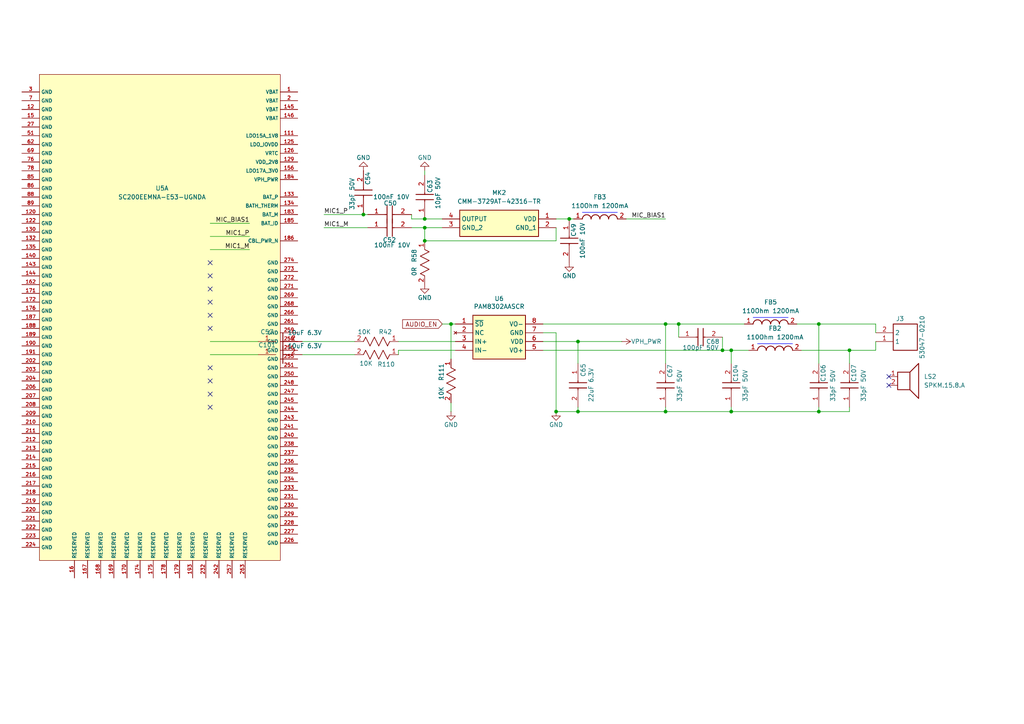
<source format=kicad_sch>
(kicad_sch (version 20250114) (generator "eeschema") (generator_version "9.0")
  (paper "A4")
  (title_block (title "Audio") (date "2025-10-07") (rev "v1.0") (company "Author: Mehmet Cihangir") (comment 1 "CamTracker"))
  (lib_symbols
    (symbol "CamTracker:53047-0210"
      (property "Reference" "J" (at -0.762 5.842 0))
      (property "Value" "53047-0210" (at -5.08 -4.826 0))
      (symbol "53047-0210_1_1"
        (rectangle (start -3.81 3.81) (end 3.175 -3.81) (stroke (width 0.254)))
        (pin passive line (at -8.89 1.27 0) (length 5.08) (name "2") (number "2"))
        (pin passive line (at -8.89 -1.27 0) (length 5.08) (name "1") (number "1"))
      )
    )
    (symbol "CamTracker:74269242111" (pin_names (hide yes))
      (property "Reference" "FB1" (at 0 6.35 0))
      (property "Value" "110Ohm 1200mA" (at 0 3.81 0))
      (symbol "74269242111_1_1"
        (polyline (pts (xy -5.08 1.905) (xy 5.08 1.905)) (stroke (width 0) (color 0 0 255 1)))
        (arc (start -5.08 0) (mid -3.81 1.219) (end -2.54 0) (stroke (width 0.254)))
        (arc (start -2.54 0) (mid -1.27 1.219) (end 0 0) (stroke (width 0.254)))
        (arc (start 0 0) (mid 1.27 1.219) (end 2.54 0) (stroke (width 0.254)))
        (arc (start 2.54 0) (mid 3.81 1.219) (end 5.08 0) (stroke (width 0.254)))
        (pin passive line (at -7.62 0 0) (length 2.54) (name "1") (number "1"))
        (pin passive line (at 7.62 0 180) (length 2.54) (name "2") (number "2"))
      )
    )
    (symbol "CamTracker:CMM-3729AT-42316-TR"
      (property "Reference" "MK" (at 29.21 7.62 0))
      (property "Value" "CMM-3729AT-42316-TR" (at 29.21 5.08 0))
      (symbol "CMM-3729AT-42316-TR_1_1"
        (rectangle (start 5.08 2.54) (end 27.94 -5.08) (stroke (width 0.254)) (fill (type background)))
        (pin passive line (at 0 0 0) (length 5.08) (name "OUTPUT") (number "4"))
        (pin passive line (at 0 -2.54 0) (length 5.08) (name "GND_2") (number "3"))
        (pin passive line (at 33.02 0 180) (length 5.08) (name "VDD") (number "1"))
        (pin passive line (at 33.02 -2.54 180) (length 5.08) (name "GND_1") (number "2"))
      )
    )
    (symbol "CamTracker:GRM1555C1H100JA01D" (pin_names (hide yes))
      (property "Reference" "C" (at -0.762 5.334 0))
      (property "Value" "10pF 50V" (at -5.08 -3.302 0))
      (symbol "GRM1555C1H100JA01D_1_1"
        (polyline (pts (xy -1.27 0) (xy -0.762 0)) (stroke (width 0.254)))
        (polyline (pts (xy -0.762 2.54) (xy -0.762 -2.54)) (stroke (width 0.254)))
        (polyline (pts (xy 0.762 2.54) (xy 0.762 -2.54)) (stroke (width 0.254)))
        (polyline (pts (xy 0.762 0) (xy 1.27 0)) (stroke (width 0.254)))
        (pin passive line (at -6.35 0 0) (length 5.08) (name "1") (number "1"))
        (pin passive line (at 6.35 0 180) (length 5.08) (name "2") (number "2"))
      )
    )
    (symbol "CamTracker:GRM1555C1H101JA01D" (pin_names (hide yes))
      (property "Reference" "C" (at -0.508 4.826 0))
      (property "Value" "100pF 50V" (at -4.318 -3.048 0))
      (symbol "GRM1555C1H101JA01D_1_1"
        (polyline (pts (xy -1.27 0) (xy -0.762 0)) (stroke (width 0.254)))
        (polyline (pts (xy -0.762 2.54) (xy -0.762 -2.54)) (stroke (width 0.254)))
        (polyline (pts (xy 0.762 2.54) (xy 0.762 -2.54)) (stroke (width 0.254)))
        (polyline (pts (xy 0.762 0) (xy 1.27 0)) (stroke (width 0.254)))
        (pin passive line (at -6.35 0 0) (length 5.08) (name "1") (number "1"))
        (pin passive line (at 6.35 0 180) (length 5.08) (name "2") (number "2"))
      )
    )
    (symbol "CamTracker:GRM1555C1H330JA01D" (pin_names (hide yes))
      (property "Reference" "C" (at -0.508 4.826 0))
      (property "Value" "33pF 50V" (at -4.318 -3.048 0))
      (symbol "GRM1555C1H330JA01D_1_1"
        (polyline (pts (xy -1.27 0) (xy -0.762 0)) (stroke (width 0.254)))
        (polyline (pts (xy -0.762 2.54) (xy -0.762 -2.54)) (stroke (width 0.254)))
        (polyline (pts (xy 0.762 2.54) (xy 0.762 -2.54)) (stroke (width 0.254)))
        (polyline (pts (xy 0.762 0) (xy 1.27 0)) (stroke (width 0.254)))
        (pin passive line (at -6.35 0 0) (length 5.08) (name "1") (number "1"))
        (pin passive line (at 6.35 0 180) (length 5.08) (name "2") (number "2"))
      )
    )
    (symbol "CamTracker:GRM155R60J106ME15D" (pin_names (hide yes))
      (property "Reference" "C" (at -0.762 5.08 0))
      (property "Value" "10uF 6.3V" (at -4.826 -3.048 0))
      (symbol "GRM155R60J106ME15D_1_1"
        (polyline (pts (xy -1.27 0) (xy -0.762 0)) (stroke (width 0.254)))
        (polyline (pts (xy -0.762 2.54) (xy -0.762 -2.54)) (stroke (width 0.254)))
        (polyline (pts (xy 0.762 2.54) (xy 0.762 -2.54)) (stroke (width 0.254)))
        (polyline (pts (xy 0.762 0) (xy 1.27 0)) (stroke (width 0.254)))
        (pin passive line (at -6.35 0 0) (length 5.08) (name "1") (number "1"))
        (pin passive line (at 6.35 0 180) (length 5.08) (name "2") (number "2"))
      )
    )
    (symbol "CamTracker:GRM155R71A104KA01D" (pin_names (hide yes))
      (property "Reference" "C" (at -1.016 4.318 0))
      (property "Value" "100nF 10V" (at -4.826 -3.048 0))
      (symbol "GRM155R71A104KA01D_1_1"
        (polyline (pts (xy -1.27 0) (xy -0.762 0)) (stroke (width 0.254)))
        (polyline (pts (xy -0.762 2.54) (xy -0.762 -2.54)) (stroke (width 0.254)))
        (polyline (pts (xy 0.762 2.54) (xy 0.762 -2.54)) (stroke (width 0.254)))
        (polyline (pts (xy 0.762 0) (xy 1.27 0)) (stroke (width 0.254)))
        (pin passive line (at -6.35 0 0) (length 5.08) (name "1") (number "1"))
        (pin passive line (at 6.35 0 180) (length 5.08) (name "2") (number "2"))
      )
    )
    (symbol "CamTracker:GRM158R60J226ME01D" (pin_names (hide yes))
      (property "Reference" "C" (at -0.762 4.572 0))
      (property "Value" "22uF 6.3V" (at -4.064 -2.794 0))
      (symbol "GRM158R60J226ME01D_1_1"
        (polyline (pts (xy -1.27 0) (xy -0.762 0)) (stroke (width 0.254)))
        (polyline (pts (xy -0.762 2.54) (xy -0.762 -2.54)) (stroke (width 0.254)))
        (polyline (pts (xy 0.762 2.54) (xy 0.762 -2.54)) (stroke (width 0.254)))
        (polyline (pts (xy 0.762 0) (xy 1.27 0)) (stroke (width 0.254)))
        (pin passive line (at -6.35 0 0) (length 5.08) (name "1") (number "1"))
        (pin passive line (at 6.35 0 180) (length 5.08) (name "2") (number "2"))
      )
    )
    (symbol "CamTracker:PAM8302AASCR"
      (property "Reference" "U" (at -0.762 10.668 0))
      (property "Value" "PAM8302AASCR" (at -7.366 8.382 0))
      (symbol "PAM8302AASCR_1_1"
        (rectangle (start -7.62 6.35) (end 7.62 -6.35) (stroke (width 0.254)) (fill (type background)))
        (pin passive line (at -12.7 3.81 0) (length 5.08) (name "~{SD}") (number "1"))
        (pin no_connect line (at -12.7 1.27 0) (length 5.08) (name "NC") (number "2"))
        (pin passive line (at -12.7 -1.27 0) (length 5.08) (name "IN+") (number "3"))
        (pin passive line (at -12.7 -3.81 0) (length 5.08) (name "IN-") (number "4"))
        (pin passive line (at 12.7 3.81 180) (length 5.08) (name "VO-") (number "8"))
        (pin passive line (at 12.7 1.27 180) (length 5.08) (name "GND") (number "7"))
        (pin passive line (at 12.7 -1.27 180) (length 5.08) (name "VDD") (number "6"))
        (pin passive line (at 12.7 -3.81 180) (length 5.08) (name "VO+") (number "5"))
      )
    )
    (symbol "CamTracker:RC0402JR-070RL" (pin_names (offset 0.254))
      (property "Reference" "R" (at 0 3.302 0))
      (property "Value" "0R" (at 0 -3.81 0))
      (symbol "RC0402JR-070RL_1_1"
        (polyline (pts (xy -3.81 0) (xy -3.175 1.27)) (stroke (width 0.2032)))
        (polyline (pts (xy -3.175 1.27) (xy -1.905 -1.27)) (stroke (width 0.2032)))
        (polyline (pts (xy -1.905 -1.27) (xy -0.635 1.27)) (stroke (width 0.2032)))
        (polyline (pts (xy -0.635 1.27) (xy 0.635 -1.27)) (stroke (width 0.2032)))
        (polyline (pts (xy 0.635 -1.27) (xy 1.905 1.27)) (stroke (width 0.2032)))
        (polyline (pts (xy 1.905 1.27) (xy 3.175 -1.27)) (stroke (width 0.2032)))
        (polyline (pts (xy 3.175 -1.27) (xy 3.81 0)) (stroke (width 0.2032)))
        (pin passive line (at -6.35 0 0) (length 2.54) (name "") (number "2"))
        (pin passive line (at 6.35 0 180) (length 2.54) (name "") (number "1"))
      )
      (symbol "RC0402JR-070RL_1_2"
        (polyline (pts (xy -1.27 8.255) (xy 1.27 9.525)) (stroke (width 0.2032)))
        (polyline (pts (xy -1.27 5.715) (xy 1.27 6.985)) (stroke (width 0.2032)))
        (polyline (pts (xy -1.27 3.175) (xy 1.27 4.445)) (stroke (width 0.2032)))
        (polyline (pts (xy 0 2.54) (xy -1.27 3.175)) (stroke (width 0.2032)))
        (polyline (pts (xy 1.27 9.525) (xy 0 10.16)) (stroke (width 0.2032)))
        (polyline (pts (xy 1.27 6.985) (xy -1.27 8.255)) (stroke (width 0.2032)))
        (polyline (pts (xy 1.27 4.445) (xy -1.27 5.715)) (stroke (width 0.2032)))
        (pin unspecified line (at 0 12.7 270) (length 2.54) (name "") (number "1"))
        (pin unspecified line (at 0 0 90) (length 2.54) (name "") (number "2"))
      )
    )
    (symbol "CamTracker:RC0402JR-0710KL" (pin_names (offset 0.254))
      (property "Reference" "R" (at 0 3.302 0))
      (property "Value" "10K" (at 0 -3.81 0))
      (symbol "RC0402JR-0710KL_1_1"
        (polyline (pts (xy -3.81 0) (xy -3.175 1.27)) (stroke (width 0.2032)))
        (polyline (pts (xy -3.175 1.27) (xy -1.905 -1.27)) (stroke (width 0.2032)))
        (polyline (pts (xy -1.905 -1.27) (xy -0.635 1.27)) (stroke (width 0.2032)))
        (polyline (pts (xy -0.635 1.27) (xy 0.635 -1.27)) (stroke (width 0.2032)))
        (polyline (pts (xy 0.635 -1.27) (xy 1.905 1.27)) (stroke (width 0.2032)))
        (polyline (pts (xy 1.905 1.27) (xy 3.175 -1.27)) (stroke (width 0.2032)))
        (polyline (pts (xy 3.175 -1.27) (xy 3.81 0)) (stroke (width 0.2032)))
        (pin passive line (at -6.35 0 0) (length 2.54) (name "") (number "2"))
        (pin passive line (at 6.35 0 180) (length 2.54) (name "") (number "1"))
      )
      (symbol "RC0402JR-0710KL_1_2"
        (polyline (pts (xy -1.27 8.255) (xy 1.27 9.525)) (stroke (width 0.2032)))
        (polyline (pts (xy -1.27 5.715) (xy 1.27 6.985)) (stroke (width 0.2032)))
        (polyline (pts (xy -1.27 3.175) (xy 1.27 4.445)) (stroke (width 0.2032)))
        (polyline (pts (xy 0 2.54) (xy -1.27 3.175)) (stroke (width 0.2032)))
        (polyline (pts (xy 1.27 9.525) (xy 0 10.16)) (stroke (width 0.2032)))
        (polyline (pts (xy 1.27 6.985) (xy -1.27 8.255)) (stroke (width 0.2032)))
        (polyline (pts (xy 1.27 4.445) (xy -1.27 5.715)) (stroke (width 0.2032)))
        (pin unspecified line (at 0 12.7 270) (length 2.54) (name "") (number "1"))
        (pin unspecified line (at 0 0 90) (length 2.54) (name "") (number "2"))
      )
    )
    (symbol "CamTracker:SC200E"
      (property "Reference" "U" (at -34.544 72.644 0))
      (property "Value" "SC200EEMNA-E53-UGNDA" (at 39.116 -77.089 0))
      (symbol "SC200E_1_0"
        (unit_name "Power")
        (pin passive line (at -40.64 64.77 0) (length 5.08) (name "GND") (number "3"))
        (pin passive line (at -40.64 62.23 0) (length 5.08) (name "GND") (number "7"))
        (pin passive line (at -40.64 59.69 0) (length 5.08) (name "GND") (number "12"))
        (pin passive line (at -40.64 57.15 0) (length 5.08) (name "GND") (number "15"))
        (pin passive line (at -40.64 54.61 0) (length 5.08) (name "GND") (number "27"))
        (pin passive line (at -40.64 52.07 0) (length 5.08) (name "GND") (number "51"))
        (pin passive line (at -40.64 49.53 0) (length 5.08) (name "GND") (number "62"))
        (pin passive line (at -40.64 46.99 0) (length 5.08) (name "GND") (number "69"))
        (pin passive line (at -40.64 44.45 0) (length 5.08) (name "GND") (number "76"))
        (pin passive line (at -40.64 41.91 0) (length 5.08) (name "GND") (number "78"))
        (pin passive line (at -40.64 39.37 0) (length 5.08) (name "GND") (number "85"))
        (pin passive line (at -40.64 36.83 0) (length 5.08) (name "GND") (number "86"))
        (pin passive line (at -40.64 34.29 0) (length 5.08) (name "GND") (number "88"))
        (pin passive line (at -40.64 31.75 0) (length 5.08) (name "GND") (number "89"))
        (pin passive line (at -40.64 29.21 0) (length 5.08) (name "GND") (number "120"))
        (pin passive line (at -40.64 26.67 0) (length 5.08) (name "GND") (number "122"))
        (pin passive line (at -40.64 24.13 0) (length 5.08) (name "GND") (number "130"))
        (pin passive line (at -40.64 21.59 0) (length 5.08) (name "GND") (number "132"))
        (pin passive line (at -40.64 19.05 0) (length 5.08) (name "GND") (number "135"))
        (pin passive line (at -40.64 16.51 0) (length 5.08) (name "GND") (number "140"))
        (pin passive line (at -40.64 13.97 0) (length 5.08) (name "GND") (number "143"))
        (pin passive line (at -40.64 11.43 0) (length 5.08) (name "GND") (number "144"))
        (pin passive line (at -40.64 8.89 0) (length 5.08) (name "GND") (number "162"))
        (pin passive line (at -40.64 6.35 0) (length 5.08) (name "GND") (number "171"))
        (pin passive line (at -40.64 3.81 0) (length 5.08) (name "GND") (number "172"))
        (pin passive line (at -40.64 1.27 0) (length 5.08) (name "GND") (number "176"))
        (pin passive line (at -40.64 -1.27 0) (length 5.08) (name "GND") (number "187"))
        (pin passive line (at -40.64 -3.81 0) (length 5.08) (name "GND") (number "188"))
        (pin passive line (at -40.64 -6.35 0) (length 5.08) (name "GND") (number "189"))
        (pin passive line (at -40.64 -8.89 0) (length 5.08) (name "GND") (number "190"))
        (pin passive line (at -40.64 -11.43 0) (length 5.08) (name "GND") (number "191"))
        (pin passive line (at -40.64 -13.97 0) (length 5.08) (name "GND") (number "202"))
        (pin passive line (at -40.64 -16.51 0) (length 5.08) (name "GND") (number "203"))
        (pin passive line (at -40.64 -19.05 0) (length 5.08) (name "GND") (number "204"))
        (pin passive line (at -40.64 -21.59 0) (length 5.08) (name "GND") (number "206"))
        (pin passive line (at -40.64 -24.13 0) (length 5.08) (name "GND") (number "207"))
        (pin passive line (at -40.64 -26.67 0) (length 5.08) (name "GND") (number "208"))
        (pin passive line (at -40.64 -29.21 0) (length 5.08) (name "GND") (number "209"))
        (pin passive line (at -40.64 -31.75 0) (length 5.08) (name "GND") (number "210"))
        (pin passive line (at -40.64 -34.29 0) (length 5.08) (name "GND") (number "211"))
        (pin passive line (at -40.64 -36.83 0) (length 5.08) (name "GND") (number "212"))
        (pin passive line (at -40.64 -39.37 0) (length 5.08) (name "GND") (number "213"))
        (pin passive line (at -40.64 -41.91 0) (length 5.08) (name "GND") (number "214"))
        (pin passive line (at -40.64 -44.45 0) (length 5.08) (name "GND") (number "215"))
        (pin passive line (at -40.64 -46.99 0) (length 5.08) (name "GND") (number "216"))
        (pin passive line (at -40.64 -49.53 0) (length 5.08) (name "GND") (number "217"))
        (pin passive line (at -40.64 -52.07 0) (length 5.08) (name "GND") (number "218"))
        (pin passive line (at -40.64 -54.61 0) (length 5.08) (name "GND") (number "219"))
        (pin passive line (at -40.64 -57.15 0) (length 5.08) (name "GND") (number "220"))
        (pin passive line (at -40.64 -59.69 0) (length 5.08) (name "GND") (number "221"))
        (pin passive line (at -40.64 -62.23 0) (length 5.08) (name "GND") (number "222"))
        (pin passive line (at -40.64 -64.77 0) (length 5.08) (name "GND") (number "223"))
        (pin passive line (at -40.64 -67.31 0) (length 5.08) (name "GND") (number "224"))
        (pin passive line (at -25.4 -76.2 90) (length 5.08) (name "RESERVED") (number "16"))
        (pin passive line (at -21.59 -76.2 90) (length 5.08) (name "RESERVED") (number "167"))
        (pin passive line (at -17.78 -76.2 90) (length 5.08) (name "RESERVED") (number "168"))
        (pin passive line (at -13.97 -76.2 90) (length 5.08) (name "RESERVED") (number "169"))
        (pin passive line (at -10.16 -76.2 90) (length 5.08) (name "RESERVED") (number "170"))
        (pin passive line (at -6.35 -76.2 90) (length 5.08) (name "RESERVED") (number "174"))
        (pin passive line (at -2.54 -76.2 90) (length 5.08) (name "RESERVED") (number "175"))
        (pin passive line (at 1.27 -76.2 90) (length 5.08) (name "RESERVED") (number "178"))
        (pin passive line (at 5.08 -76.2 90) (length 5.08) (name "RESERVED") (number "179"))
        (pin passive line (at 8.89 -76.2 90) (length 5.08) (name "RESERVED") (number "193"))
        (pin passive line (at 12.7 -76.2 90) (length 5.08) (name "RESERVED") (number "232"))
        (pin passive line (at 16.51 -76.2 90) (length 5.08) (name "RESERVED") (number "242"))
        (pin passive line (at 20.32 -76.2 90) (length 5.08) (name "RESERVED") (number "257"))
        (pin passive line (at 24.13 -76.2 90) (length 5.08) (name "RESERVED") (number "263"))
        (pin power_in line (at 39.37 64.77 180) (length 5.08) (name "VBAT") (number "1"))
        (pin power_in line (at 39.37 62.23 180) (length 5.08) (name "VBAT") (number "2"))
        (pin power_in line (at 39.37 59.69 180) (length 5.08) (name "VBAT") (number "145"))
        (pin power_in line (at 39.37 57.15 180) (length 5.08) (name "VBAT") (number "146"))
        (pin power_out line (at 39.37 52.07 180) (length 5.08) (name "LDO15A_1V8") (number "111"))
        (pin power_out line (at 39.37 49.53 180) (length 5.08) (name "LDO_IOVDD") (number "125"))
        (pin passive line (at 39.37 46.99 180) (length 5.08) (name "VRTC") (number "126"))
        (pin power_out line (at 39.37 44.45 180) (length 5.08) (name "VDD_2V8") (number "129"))
        (pin power_out line (at 39.37 41.91 180) (length 5.08) (name "LDO17A_3V0") (number "156"))
        (pin power_out line (at 39.37 39.37 180) (length 5.08) (name "VPH_PWR") (number "184"))
        (pin power_out line (at 39.37 34.29 180) (length 5.08) (name "BAT_P") (number "133"))
        (pin input line (at 39.37 31.75 180) (length 5.08) (name "BATH_THERM") (number "134"))
        (pin power_out line (at 39.37 29.21 180) (length 5.08) (name "BAT_M") (number "183"))
        (pin input line (at 39.37 26.67 180) (length 5.08) (name "BAT_ID") (number "185"))
        (pin passive line (at 39.37 21.59 180) (length 5.08) (name "CBL_PWR_N") (number "186"))
        (pin passive line (at 39.37 15.24 180) (length 5.08) (name "GND") (number "274"))
        (pin passive line (at 39.37 12.7 180) (length 5.08) (name "GND") (number "273"))
        (pin passive line (at 39.37 10.16 180) (length 5.08) (name "GND") (number "272"))
        (pin passive line (at 39.37 7.62 180) (length 5.08) (name "GND") (number "271"))
        (pin passive line (at 39.37 5.08 180) (length 5.08) (name "GND") (number "269"))
        (pin passive line (at 39.37 2.54 180) (length 5.08) (name "GND") (number "268"))
        (pin passive line (at 39.37 0 180) (length 5.08) (name "GND") (number "266"))
        (pin passive line (at 39.37 -2.54 180) (length 5.08) (name "GND") (number "261"))
        (pin passive line (at 39.37 -5.08 180) (length 5.08) (name "GND") (number "259"))
        (pin passive line (at 39.37 -7.62 180) (length 5.08) (name "GND") (number "258"))
        (pin passive line (at 39.37 -10.16 180) (length 5.08) (name "GND") (number "256"))
        (pin passive line (at 39.37 -12.7 180) (length 5.08) (name "GND") (number "255"))
        (pin passive line (at 39.37 -15.24 180) (length 5.08) (name "GND") (number "251"))
        (pin passive line (at 39.37 -17.78 180) (length 5.08) (name "GND") (number "250"))
        (pin passive line (at 39.37 -20.32 180) (length 5.08) (name "GND") (number "248"))
        (pin passive line (at 39.37 -22.86 180) (length 5.08) (name "GND") (number "247"))
        (pin passive line (at 39.37 -25.4 180) (length 5.08) (name "GND") (number "245"))
        (pin passive line (at 39.37 -27.94 180) (length 5.08) (name "GND") (number "244"))
        (pin passive line (at 39.37 -30.48 180) (length 5.08) (name "GND") (number "243"))
        (pin passive line (at 39.37 -33.02 180) (length 5.08) (name "GND") (number "241"))
        (pin passive line (at 39.37 -35.56 180) (length 5.08) (name "GND") (number "240"))
        (pin passive line (at 39.37 -38.1 180) (length 5.08) (name "GND") (number "238"))
        (pin passive line (at 39.37 -40.64 180) (length 5.08) (name "GND") (number "237"))
        (pin passive line (at 39.37 -43.18 180) (length 5.08) (name "GND") (number "236"))
        (pin passive line (at 39.37 -45.72 180) (length 5.08) (name "GND") (number "235"))
        (pin passive line (at 39.37 -48.26 180) (length 5.08) (name "GND") (number "234"))
        (pin passive line (at 39.37 -50.8 180) (length 5.08) (name "GND") (number "233"))
        (pin passive line (at 39.37 -53.34 180) (length 5.08) (name "GND") (number "231"))
        (pin passive line (at 39.37 -55.88 180) (length 5.08) (name "GND") (number "230"))
        (pin passive line (at 39.37 -58.42 180) (length 5.08) (name "GND") (number "229"))
        (pin passive line (at 39.37 -60.96 180) (length 5.08) (name "GND") (number "228"))
        (pin passive line (at 39.37 -63.5 180) (length 5.08) (name "GND") (number "227"))
        (pin passive line (at 39.37 -66.04 180) (length 5.08) (name "GND") (number "226"))
      )
      (symbol "SC200E_1_1"
        (unit_name "Power")
        (rectangle (start -35.56 69.85) (end 34.29 -71.12) (fill (type background)))
      )
      (symbol "SC200E_2_1"
        (unit_name "Display")
        (rectangle (start -10.16 36.83) (end 7.62 -34.29) (fill (type background)))
        (pin passive line (at 12.7 31.75 180) (length 5.08) (name "LCD_RST") (number "49"))
        (pin passive line (at 12.7 27.94 180) (length 5.08) (name "LCD_TE") (number "50"))
        (pin passive line (at 12.7 24.13 180) (length 5.08) (name "DSI_CLK_N") (number "52"))
        (pin passive line (at 12.7 20.32 180) (length 5.08) (name "DSI_CLK_P") (number "53"))
        (pin passive line (at 12.7 16.51 180) (length 5.08) (name "DSI_LN0_N") (number "54"))
        (pin passive line (at 12.7 12.7 180) (length 5.08) (name "DSI_LN0_P") (number "55"))
        (pin passive line (at 12.7 8.89 180) (length 5.08) (name "DSI_LN1_N") (number "56"))
        (pin passive line (at 12.7 5.08 180) (length 5.08) (name "DSI_LN1_P") (number "57"))
        (pin passive line (at 12.7 1.27 180) (length 5.08) (name "DSI_LN2_N") (number "58"))
        (pin passive line (at 12.7 -2.54 180) (length 5.08) (name "DSI_LN2_P") (number "59"))
        (pin passive line (at 12.7 -6.35 180) (length 5.08) (name "DSI_LN3_N") (number "60"))
        (pin passive line (at 12.7 -10.16 180) (length 5.08) (name "DSI_LN3_P") (number "61"))
        (pin passive line (at 12.7 -13.97 180) (length 5.08) (name "TP_RST") (number "31"))
        (pin passive line (at 12.7 -17.78 180) (length 5.08) (name "TP_INT") (number "30"))
        (pin passive line (at 12.7 -21.59 180) (length 5.08) (name "TP_I2C_SCL") (number "47"))
        (pin passive line (at 12.7 -25.4 180) (length 5.08) (name "TP_I2C_SDA") (number "48"))
        (pin passive line (at 12.7 -29.21 180) (length 5.08) (name "DSI_PWM") (number "29"))
      )
      (symbol "SC200E_3_0"
        (unit_name "Cameras")
        (pin passive line (at 16.51 69.85 180) (length 5.08) (name "CSI0_CLK_N") (number "157"))
        (pin passive line (at 16.51 66.04 180) (length 5.08) (name "CSI0_CLK_P") (number "196"))
        (pin passive line (at 16.51 59.69 180) (length 5.08) (name "CSI0_LN0_N") (number "158"))
        (pin passive line (at 16.51 55.88 180) (length 5.08) (name "CSI0_LN0_P") (number "197"))
        (pin passive line (at 16.51 49.53 180) (length 5.08) (name "CSI0_LN1_N") (number "159"))
        (pin passive line (at 16.51 45.72 180) (length 5.08) (name "CSI0_LN1_P") (number "198"))
        (pin passive line (at 16.51 39.37 180) (length 5.08) (name "CSI0_LN2_N") (number "160"))
        (pin passive line (at 16.51 35.56 180) (length 5.08) (name "CSI0_LN2_P") (number "199"))
        (pin passive line (at 16.51 29.21 180) (length 5.08) (name "CSI0_LN3_N") (number "161"))
        (pin passive line (at 16.51 25.4 180) (length 5.08) (name "CSI0_LN3_P") (number "200"))
        (pin passive line (at 16.51 19.05 180) (length 5.08) (name "CAM0_I2C_SCL") (number "83"))
        (pin passive line (at 16.51 15.24 180) (length 5.08) (name "CAM0_I2C_SDA") (number "84"))
        (pin passive line (at 16.51 11.43 180) (length 5.08) (name "CAM0_PWDN") (number "80"))
        (pin passive line (at 16.51 7.62 180) (length 5.08) (name "CAM0_MCLK") (number "74"))
        (pin passive line (at 16.51 3.81 180) (length 5.08) (name "CAM0_RST") (number "79"))
        (pin passive line (at 16.51 -5.08 180) (length 5.08) (name "CSI1_CLK_N") (number "63"))
        (pin passive line (at 16.51 -8.89 180) (length 5.08) (name "CSI1_CLK_P") (number "64"))
        (pin passive line (at 16.51 -15.24 180) (length 5.08) (name "CSI1_LN0_N") (number "65"))
        (pin passive line (at 16.51 -19.05 180) (length 5.08) (name "CSI1_LN0_P") (number "66"))
        (pin passive line (at 16.51 -25.4 180) (length 5.08) (name "CSI1_LN1_N") (number "67"))
        (pin passive line (at 16.51 -29.21 180) (length 5.08) (name "CSI1_LN1_P") (number "68"))
        (pin passive line (at 16.51 -35.56 180) (length 5.08) (name "CSI1_LN2_N") (number "72"))
        (pin passive line (at 16.51 -39.37 180) (length 5.08) (name "CSI1_LN2_P") (number "73"))
        (pin passive line (at 16.51 -45.72 180) (length 5.08) (name "CSI1_LN3_N") (number "70"))
        (pin passive line (at 16.51 -49.53 180) (length 5.08) (name "CSI1_LN3_P") (number "71"))
        (pin passive line (at 16.51 -55.88 180) (length 5.08) (name "CAM1_I2C_SCL") (number "166"))
        (pin passive line (at 16.51 -59.69 180) (length 5.08) (name "CAM1_I2C_SDA") (number "205"))
        (pin passive line (at 16.51 -63.5 180) (length 5.08) (name "CAM1_PWDN") (number "82"))
        (pin passive line (at 16.51 -67.31 180) (length 5.08) (name "CAM1_MCLK") (number "75"))
        (pin passive line (at 16.51 -71.12 180) (length 5.08) (name "CAM1_RST") (number "81"))
        (pin passive line (at 16.51 -80.01 180) (length 5.08) (name "CAM2_PWDN") (number "163"))
        (pin passive line (at 16.51 -83.82 180) (length 5.08) (name "CAM2_RST") (number "164"))
        (pin passive line (at 16.51 -87.63 180) (length 5.08) (name "CAM2_MCLK") (number "165"))
      )
      (symbol "SC200E_3_1"
        (unit_name "Cameras")
        (rectangle (start -13.97 74.295) (end 11.43 -92.71) (fill (type background)))
      )
      (symbol "SC200E_4_0"
        (unit_name "Interfaces")
        (pin passive line (at 15.24 86.36 180) (length 5.08) (name "FLASH_LED") (number "180"))
        (pin passive line (at 15.24 82.55 180) (length 5.08) (name "CHG_LED") (number "195"))
        (pin passive line (at 15.24 77.47 180) (length 5.08) (name "VOL_UP") (number "95"))
        (pin passive line (at 15.24 73.66 180) (length 5.08) (name "VOL_DOWN") (number "96"))
        (pin passive line (at 15.24 69.85 180) (length 5.08) (name "PWRKEY") (number "114"))
        (pin passive line (at 15.24 66.04 180) (length 5.08) (name "RESET_N") (number "225"))
      )
      (symbol "SC200E_4_1"
        (unit_name "Interfaces")
        (rectangle (start -22.86 90.17) (end 10.16 -88.9) (fill (type background)))
        (rectangle (start -22.86 80.01) (end 10.16 63.5))
        (rectangle (start 10.16 63.5) (end -22.86 54.61))
        (rectangle (start 10.16 54.61) (end -22.86 49.53))
        (rectangle (start 10.16 49.53) (end -22.86 44.45))
        (text "ADC" (at -20.574 53.086 0) (effects (font (size 1.27 1.27))))
        (text "Sensor " (at -18.796 62.23 0) (effects (font (size 1.27 1.27))))
        (text "Keypad " (at -18.542 78.486 0) (effects (font (size 1.27 1.27))))
        (text "GPIO/SPI/I2C" (at -15.748 42.418 0) (effects (font (size 1.27 1.27))))
        (text "Vibration Driver" (at -14.986 48.006 0) (effects (font (size 1.27 1.27))))
        (text "Flash & Indication " (at -13.208 88.9 0) (effects (font (size 1.27 1.27))))
        (pin passive line (at 15.24 60.96 180) (length 5.08) (name "SENSOR_I2C_SCL") (number "91"))
        (pin passive line (at 15.24 57.15 180) (length 5.08) (name "SENSOR_I2C_SDA") (number "92"))
        (pin passive line (at 15.24 52.07 180) (length 5.08) (name "ADC") (number "128"))
        (pin passive line (at 15.24 46.99 180) (length 5.08) (name "VIB_DRV_P") (number "28"))
        (pin passive line (at 15.24 41.91 180) (length 5.08) (name "GPIO_28") (number "33"))
        (pin passive line (at 15.24 38.1 180) (length 5.08) (name "GPIO_31") (number "97"))
        (pin passive line (at 15.24 34.29 180) (length 5.08) (name "GPIO_32") (number "99"))
        (pin passive line (at 15.24 30.48 180) (length 5.08) (name "GPIO_33") (number "108"))
        (pin passive line (at 15.24 26.67 180) (length 5.08) (name "GPIO_34") (number "109"))
        (pin passive line (at 15.24 22.86 180) (length 5.08) (name "GPIO_35") (number "107"))
        (pin passive line (at 15.24 19.05 180) (length 5.08) (name "GPIO_36") (number "110"))
        (pin passive line (at 15.24 15.24 180) (length 5.08) (name "GPIO_55") (number "100"))
        (pin passive line (at 15.24 11.43 180) (length 5.08) (name "GPIO_56") (number "106"))
        (pin passive line (at 15.24 7.62 180) (length 5.08) (name "GPIO_57") (number "112"))
        (pin passive line (at 15.24 3.81 180) (length 5.08) (name "GPIO_58") (number "113"))
        (pin passive line (at 15.24 0 180) (length 5.08) (name "GPIO_60") (number "123"))
        (pin passive line (at 15.24 -3.81 180) (length 5.08) (name "GPIO_86") (number "182"))
        (pin passive line (at 15.24 -7.62 180) (length 5.08) (name "GPIO_112") (number "177"))
        (pin passive line (at 15.24 -11.43 180) (length 5.08) (name "GPIO_111") (number "267"))
        (pin passive line (at 15.24 -15.24 180) (length 5.08) (name "GPIO_98") (number "265"))
        (pin passive line (at 15.24 -19.05 180) (length 5.08) (name "GPIO_99") (number "105"))
        (pin passive line (at 15.24 -22.86 180) (length 5.08) (name "REAR_CAM_EN/GPIO_100") (number "264"))
        (pin passive line (at 15.24 -26.67 180) (length 5.08) (name "FRONT_CAM_EN/GPIO_101") (number "239"))
        (pin passive line (at 15.24 -30.48 180) (length 5.08) (name "GPIO_102") (number "104"))
        (pin passive line (at 15.24 -34.29 180) (length 5.08) (name "GPIO_103") (number "103"))
        (pin passive line (at 15.24 -38.1 180) (length 5.08) (name "GPIO_104") (number "101"))
        (pin passive line (at 15.24 -41.91 180) (length 5.08) (name "GPIO_105") (number "102"))
        (pin passive line (at 15.24 -45.72 180) (length 5.08) (name "GPIO_106") (number "90"))
        (pin passive line (at 15.24 -49.53 180) (length 5.08) (name "GPIO_107") (number "98"))
        (pin passive line (at 15.24 -53.34 180) (length 5.08) (name "SPI_MISO/GPIO_14") (number "118"))
        (pin passive line (at 15.24 -57.15 180) (length 5.08) (name "SPI_MOSI/GPIO_15") (number "119"))
        (pin passive line (at 15.24 -60.96 180) (length 5.08) (name "SPI_CLK/GPIO_16") (number "116"))
        (pin passive line (at 15.24 -64.77 180) (length 5.08) (name "SPI_CS_N/GPIO_17") (number "117"))
        (pin passive line (at 15.24 -68.58 180) (length 5.08) (name "PMU_GPIO03") (number "124"))
        (pin passive line (at 15.24 -72.39 180) (length 5.08) (name "PMU_GPIO04") (number "115"))
        (pin passive line (at 15.24 -76.2 180) (length 5.08) (name "PMU_GPIO08") (number "127"))
        (pin passive line (at 15.24 -80.01 180) (length 5.08) (name "PMU_GPIO07") (number "201"))
        (pin passive line (at 15.24 -83.82 180) (length 5.08) (name "NFC_CLK") (number "181"))
      )
      (symbol "SC200E_5_1"
        (unit_name "USB_UARTs")
        (rectangle (start -11.43 50.8) (end 10.16 -49.53) (fill (type background)))
        (pin passive line (at 15.24 48.26 180) (length 5.08) (name "USB_BOOT") (number "46"))
        (pin passive line (at 15.24 44.45 180) (length 5.08) (name "USB_VBUS") (number "141"))
        (pin passive line (at 15.24 40.64 180) (length 5.08) (name "USB_VBUS") (number "142"))
        (pin passive line (at 15.24 36.83 180) (length 5.08) (name "USB_CC1") (number "249"))
        (pin passive line (at 15.24 33.02 180) (length 5.08) (name "USB_CC2") (number "246"))
        (pin passive line (at 15.24 29.21 180) (length 5.08) (name "USB_DM") (number "13"))
        (pin passive line (at 15.24 25.4 180) (length 5.08) (name "USB_DP") (number "14"))
        (pin passive line (at 15.24 21.59 180) (length 5.08) (name "USB_SS1_RX_P") (number "252"))
        (pin passive line (at 15.24 17.78 180) (length 5.08) (name "USB_SS1_RX_M") (number "270"))
        (pin passive line (at 15.24 13.97 180) (length 5.08) (name "USB_SS1_TX_P") (number "254"))
        (pin passive line (at 15.24 10.16 180) (length 5.08) (name "USB_SS1_TX_M") (number "253"))
        (pin passive line (at 15.24 6.35 180) (length 5.08) (name "USB_SS2_RX_P") (number "152"))
        (pin passive line (at 15.24 2.54 180) (length 5.08) (name "USB_SS2_RX_M") (number "192"))
        (pin passive line (at 15.24 -1.27 180) (length 5.08) (name "USB_SS2_TX_P") (number "150"))
        (pin passive line (at 15.24 -5.08 180) (length 5.08) (name "USB_SS2_TX_M") (number "151"))
        (pin passive line (at 15.24 -12.7 180) (length 5.08) (name "UART0_TXD") (number "34"))
        (pin passive line (at 15.24 -15.24 180) (length 5.08) (name "UART0_RXD") (number "35"))
        (pin passive line (at 15.24 -17.78 180) (length 5.08) (name "UART0_CTS") (number "36"))
        (pin passive line (at 15.24 -20.32 180) (length 5.08) (name "UART0_RTS") (number "37"))
        (pin passive line (at 15.24 -33.02 180) (length 5.08) (name "UART1_TXD") (number "154"))
        (pin passive line (at 15.24 -35.56 180) (length 5.08) (name "UART1_RXD") (number "153"))
        (pin passive line (at 15.24 -44.45 180) (length 5.08) (name "DBG_UART4_TXD") (number "94"))
        (pin passive line (at 15.24 -46.99 180) (length 5.08) (name "DBG_UART4_RXD") (number "93"))
      )
      (symbol "SC200E_6_1"
        (unit_name "SIM_SD_Cards")
        (rectangle (start -10.16 43.18) (end 10.16 -56.515) (fill (type background)))
        (pin passive line (at 15.24 39.37 180) (length 5.08) (name "USIM1_DET") (number "22"))
        (pin passive line (at 15.24 34.29 180) (length 5.08) (name "USIM1_RST") (number "23"))
        (pin passive line (at 15.24 29.21 180) (length 5.08) (name "USIM1_CLK") (number "24"))
        (pin passive line (at 15.24 24.13 180) (length 5.08) (name "USIM1_DATA") (number "25"))
        (pin passive line (at 15.24 19.05 180) (length 5.08) (name "USIM1_VDD") (number "26"))
        (pin passive line (at 15.24 11.43 180) (length 5.08) (name "USIM2_DET") (number "17"))
        (pin passive line (at 15.24 6.35 180) (length 5.08) (name "USIM2_RST") (number "18"))
        (pin passive line (at 15.24 1.27 180) (length 5.08) (name "USIM2_CLK") (number "19"))
        (pin passive line (at 15.24 -3.81 180) (length 5.08) (name "USIM2_DATA") (number "20"))
        (pin passive line (at 15.24 -8.89 180) (length 5.08) (name "USIM2_VDD") (number "21"))
        (pin passive line (at 15.24 -21.59 180) (length 5.08) (name "SD_LDO21") (number "38"))
        (pin passive line (at 15.24 -25.4 180) (length 5.08) (name "SD_LDO4") (number "32"))
        (pin passive line (at 15.24 -29.21 180) (length 5.08) (name "SD_CLK") (number "39"))
        (pin passive line (at 15.24 -33.02 180) (length 5.08) (name "SD_CMD") (number "40"))
        (pin passive line (at 15.24 -36.83 180) (length 5.08) (name "SD_DATA0") (number "41"))
        (pin passive line (at 15.24 -40.64 180) (length 5.08) (name "SD_DATA1") (number "42"))
        (pin passive line (at 15.24 -44.45 180) (length 5.08) (name "SD_DATA2") (number "43"))
        (pin passive line (at 15.24 -48.26 180) (length 5.08) (name "SD_DATA3") (number "44"))
        (pin passive line (at 15.24 -52.07 180) (length 5.08) (name "SD_DET") (number "45"))
      )
      (symbol "SC200E_7_1"
        (unit_name "Antennas")
        (rectangle (start -8.89 19.05) (end 8.89 -17.78) (fill (type background)))
        (pin passive line (at 13.97 13.97 180) (length 5.08) (name "ANT_MAIN") (number "87"))
        (pin passive line (at 13.97 10.16 180) (length 5.08) (name "ANT_GNSS") (number "121"))
        (pin passive line (at 13.97 6.35 180) (length 5.08) (name "ANT_DRX") (number "131"))
        (pin passive line (at 13.97 2.54 180) (length 5.08) (name "ANT_WIFI/BT") (number "77"))
        (pin passive line (at 13.97 -1.27 180) (length 5.08) (name "GRFC_13") (number "173"))
        (pin passive line (at 13.97 -5.08 180) (length 5.08) (name "GRFC_14") (number "260"))
        (pin passive line (at 13.97 -8.89 180) (length 5.08) (name "GRFC_15") (number "262"))
        (pin passive line (at 13.97 -12.7 180) (length 5.08) (name "GNSS_LNA_EN") (number "194"))
      )
      (symbol "SC200E_8_1"
        (unit_name "Audio")
        (rectangle (start -8.89 31.75) (end 8.89 -31.75) (fill (type background)))
        (pin passive line (at 13.97 26.67 180) (length 5.08) (name "MIC_BIAS1") (number "147"))
        (pin passive line (at 13.97 22.86 180) (length 5.08) (name "MIC1_P") (number "4"))
        (pin passive line (at 13.97 19.05 180) (length 5.08) (name "MIC1_M") (number "5"))
        (pin passive line (at 13.97 15.24 180) (length 5.08) (name "MIC2_P") (number "6"))
        (pin passive line (at 13.97 11.43 180) (length 5.08) (name "MIC3_P") (number "148"))
        (pin passive line (at 13.97 7.62 180) (length 5.08) (name "MIC3_M") (number "149"))
        (pin passive line (at 13.97 3.81 180) (length 5.08) (name "MIC_BIAS3") (number "155"))
        (pin passive line (at 13.97 0 180) (length 5.08) (name "EAR_P") (number "8"))
        (pin passive line (at 13.97 -3.81 180) (length 5.08) (name "EAR_M") (number "9"))
        (pin passive line (at 13.97 -7.62 180) (length 5.08) (name "LINEOUT_P") (number "10"))
        (pin passive line (at 13.97 -11.43 180) (length 5.08) (name "LINEOUT_M") (number "11"))
        (pin passive line (at 13.97 -15.24 180) (length 5.08) (name "HPH_R") (number "136"))
        (pin passive line (at 13.97 -19.05 180) (length 5.08) (name "HPH_GND") (number "137"))
        (pin passive line (at 13.97 -22.86 180) (length 5.08) (name "HPH_L") (number "138"))
        (pin passive line (at 13.97 -26.67 180) (length 5.08) (name "HS_DET") (number "139"))
      )
    )
    (symbol "CamTracker:SPKM.15.8.A" (pin_names (offset 0) (hide yes))
      (property "Reference" "LS" (at 1.27 5.715 0))
      (property "Value" "SPKM.15.8.A" (at 1.27 3.81 0))
      (symbol "SPKM.15.8.A_0_0"
        (rectangle (start -2.54 1.27) (end 1.016 -3.81) (stroke (width 0.254)))
        (polyline (pts (xy 1.016 1.27) (xy 3.556 3.81) (xy 3.556 -6.35) (xy 1.016 -3.81)) (stroke (width 0.254)))
      )
      (symbol "SPKM.15.8.A_1_1"
        (pin input line (at -5.08 0 0) (length 2.54) (name "1") (number "1"))
        (pin input line (at -5.08 -2.54 0) (length 2.54) (name "2") (number "2"))
      )
    )
    (symbol "power:GND" (power) (pin_numbers (hide yes)) (pin_names (offset 0) (hide yes))
      (property "Value" "GND" (at 0 -3.81 0))
      (symbol "GND_0_1"
        (polyline (pts (xy 0 0) (xy 0 -1.27) (xy 1.27 -1.27) (xy 0 -2.54) (xy -1.27 -1.27) (xy 0 -1.27)))
      )
      (symbol "GND_1_1"
        (pin power_in line (at 0 0 270) (length 0) (name "~") (number "1"))
      )
    )
    (symbol "power:VDD" (power) (pin_numbers (hide yes)) (pin_names (offset 0) (hide yes))
      (property "Value" "VDD" (at 0 3.556 0))
      (symbol "VDD_0_1"
        (polyline (pts (xy -0.762 1.27) (xy 0 2.54)))
        (polyline (pts (xy 0 2.54) (xy 0.762 1.27)))
        (polyline (pts (xy 0 0) (xy 0 2.54)))
      )
      (symbol "VDD_1_1"
        (pin power_in line (at 0 0 90) (length 0) (name "~") (number "1"))
      )
    )
  )
  (junction (at 123.19 69.85))
  (junction (at 193.04 93.98))
  (junction (at 165.1 63.5))
  (junction (at 123.19 63.5))
  (junction (at 196.85 93.98))
  (junction (at 246.38 101.6))
  (junction (at 167.64 119.38))
  (junction (at 123.19 66.04))
  (junction (at 237.49 93.98))
  (junction (at 212.09 119.38))
  (junction (at 209.55 101.6))
  (junction (at 105.41 62.23))
  (junction (at 167.64 99.06))
  (junction (at 212.09 101.6))
  (junction (at 193.04 119.38))
  (junction (at 161.29 119.38))
  (junction (at 237.49 119.38))
  (junction (at 130.81 93.98))
  (no_connect (at 60.96 83.82))
  (no_connect (at 60.96 118.11))
  (no_connect (at 60.96 95.25))
  (no_connect (at 60.96 110.49))
  (no_connect (at 257.81 109.22))
  (no_connect (at 257.81 111.76))
  (no_connect (at 60.96 106.68))
  (no_connect (at 60.96 114.3))
  (no_connect (at 60.96 87.63))
  (no_connect (at 60.96 80.01))
  (no_connect (at 60.96 76.2))
  (no_connect (at 60.96 91.44))
  (wire (pts (xy 209.55 97.79) (xy 209.55 101.6)))
  (wire (pts (xy 212.09 101.6) (xy 217.17 101.6)))
  (wire (pts (xy 237.49 93.98) (xy 254 93.98)))
  (wire (pts (xy 212.09 118.11) (xy 212.09 119.38)))
  (wire (pts (xy 232.41 101.6) (xy 246.38 101.6)))
  (wire (pts (xy 161.29 119.38) (xy 167.64 119.38)))
  (wire (pts (xy 130.81 116.84) (xy 130.81 119.38)))
  (wire (pts (xy 115.57 101.6) (xy 132.08 101.6)))
  (wire (pts (xy 167.64 99.06) (xy 180.34 99.06)))
  (wire (pts (xy 60.96 102.87) (xy 74.93 102.87)))
  (wire (pts (xy 60.96 68.58) (xy 72.39 68.58)))
  (wire (pts (xy 123.19 69.85) (xy 123.19 66.04)))
  (wire (pts (xy 246.38 118.11) (xy 246.38 119.38)))
  (wire (pts (xy 128.27 63.5) (xy 123.19 63.5)))
  (wire (pts (xy 161.29 69.85) (xy 123.19 69.85)))
  (wire (pts (xy 161.29 66.04) (xy 161.29 69.85)))
  (wire (pts (xy 196.85 93.98) (xy 215.9 93.98)))
  (wire (pts (xy 165.1 63.5) (xy 161.29 63.5)))
  (wire (pts (xy 60.96 72.39) (xy 72.39 72.39)))
  (wire (pts (xy 167.64 99.06) (xy 167.64 105.41)))
  (wire (pts (xy 246.38 101.6) (xy 254 101.6)))
  (wire (pts (xy 157.48 101.6) (xy 209.55 101.6)))
  (wire (pts (xy 193.04 119.38) (xy 212.09 119.38)))
  (wire (pts (xy 115.57 99.06) (xy 132.08 99.06)))
  (wire (pts (xy 128.27 93.98) (xy 130.81 93.98)))
  (wire (pts (xy 161.29 96.52) (xy 157.48 96.52)))
  (wire (pts (xy 119.38 66.04) (xy 123.19 66.04)))
  (wire (pts (xy 167.64 118.11) (xy 167.64 119.38)))
  (wire (pts (xy 130.81 104.14) (xy 130.81 93.98)))
  (wire (pts (xy 237.49 93.98) (xy 237.49 105.41)))
  (wire (pts (xy 123.19 49.53) (xy 123.19 50.8)))
  (wire (pts (xy 93.98 62.23) (xy 105.41 62.23)))
  (wire (pts (xy 130.81 93.98) (xy 132.08 93.98)))
  (wire (pts (xy 166.37 63.5) (xy 165.1 63.5)))
  (wire (pts (xy 212.09 101.6) (xy 212.09 105.41)))
  (wire (pts (xy 254 93.98) (xy 254 96.52)))
  (wire (pts (xy 93.98 66.04) (xy 106.68 66.04)))
  (wire (pts (xy 161.29 119.38) (xy 161.29 96.52)))
  (wire (pts (xy 87.63 102.87) (xy 102.87 102.87)))
  (wire (pts (xy 193.04 93.98) (xy 196.85 93.98)))
  (wire (pts (xy 209.55 101.6) (xy 212.09 101.6)))
  (wire (pts (xy 246.38 101.6) (xy 246.38 105.41)))
  (wire (pts (xy 157.48 93.98) (xy 193.04 93.98)))
  (wire (pts (xy 123.19 66.04) (xy 128.27 66.04)))
  (wire (pts (xy 87.63 99.06) (xy 102.87 99.06)))
  (wire (pts (xy 60.96 64.77) (xy 72.39 64.77)))
  (wire (pts (xy 181.61 63.5) (xy 193.04 63.5)))
  (wire (pts (xy 254 101.6) (xy 254 99.06)))
  (wire (pts (xy 237.49 118.11) (xy 237.49 119.38)))
  (wire (pts (xy 193.04 118.11) (xy 193.04 119.38)))
  (wire (pts (xy 237.49 119.38) (xy 212.09 119.38)))
  (wire (pts (xy 105.41 62.23) (xy 106.68 62.23)))
  (wire (pts (xy 119.38 63.5) (xy 119.38 62.23)))
  (wire (pts (xy 123.19 63.5) (xy 119.38 63.5)))
  (wire (pts (xy 193.04 93.98) (xy 193.04 105.41)))
  (wire (pts (xy 246.38 119.38) (xy 237.49 119.38)))
  (wire (pts (xy 115.57 102.87) (xy 115.57 101.6)))
  (wire (pts (xy 231.14 93.98) (xy 237.49 93.98)))
  (wire (pts (xy 196.85 93.98) (xy 196.85 97.79)))
  (wire (pts (xy 193.04 119.38) (xy 167.64 119.38)))
  (wire (pts (xy 60.96 99.06) (xy 74.93 99.06)))
  (wire (pts (xy 157.48 99.06) (xy 167.64 99.06)))
  (label "MIC_BIAS1" (at 193.04 63.5 180))
  (label "MIC_BIAS1" (at 72.39 64.77 180))
  (label "MIC1_P" (at 93.98 62.23 0))
  (label "MIC1_M" (at 72.39 72.39 180))
  (label "MIC1_M" (at 93.98 66.04 0))
  (label "MIC1_P" (at 72.39 68.58 180))
  (global_label "AUDIO_EN" (shape input) (at 128.27 93.98 180) (property "Intersheetrefs" "${INTERSHEET_REFS}" (effects (hide yes))))
  (symbol (lib_id "CamTracker:GRM1555C1H330JA01D") (at 193.04 111.76 90) (unit 1)
    (property "Reference" "C67" (at 194.31 105.664 0) (effects (justify right)))
    (property "Value" "33pF 50V" (at 197.104 107.188 0) (effects (justify right)))
    (property "Footprint" "CamTracker:CAPC1005X55N" (effects (hide yes)))
    (property "Datasheet" "http://www.murata.com/~/media/webrenewal/support/library/catalog/products/capacitor/mlcc/c02e.pdf" (effects (hide yes)))
    (property "Description" "Capacitor 33pF, 50V, X5R, 0402" (effects (hide yes)))
    (property "Manufacturer" "Murata Electronics" (effects (hide yes)))
    (property "Part Number" "GRM1555C1H330JA01D" (effects (hide yes)))
  )
  (symbol (lib_id "CamTracker:53047-0210") (at 262.89 97.79 0) (unit 1)
    (property "Reference" "J3" (at 259.842 92.456 0) (effects (justify left)))
    (property "Value" "53047-0210" (at 267.462 104.14 90) (effects (justify left)))
    (property "Footprint" "CamTracker:530470210" (effects (hide yes)))
    (property "Datasheet" "https://componentsearchengine.com/Datasheets/2/53047-0210.pdf" (effects (hide yes)))
    (property "Description" "Connector 2P 1.25mm" (effects (hide yes)))
    (property "Manufacturer" "Molex" (effects (hide yes)))
    (property "Part Number" "53047-0210" (effects (hide yes)))
  )
  (symbol (lib_id "CamTracker:GRM1555C1H330JA01D") (at 237.49 111.76 90) (unit 1)
    (property "Reference" "C106" (at 238.76 105.664 0) (effects (justify right)))
    (property "Value" "33pF 50V" (at 241.554 107.188 0) (effects (justify right)))
    (property "Footprint" "CamTracker:CAPC1005X55N" (effects (hide yes)))
    (property "Datasheet" "http://www.murata.com/~/media/webrenewal/support/library/catalog/products/capacitor/mlcc/c02e.pdf" (effects (hide yes)))
    (property "Description" "Capacitor 33pF, 50V, X5R, 0402" (effects (hide yes)))
    (property "Manufacturer" "Murata Electronics" (effects (hide yes)))
    (property "Part Number" "GRM1555C1H330JA01D" (effects (hide yes)))
  )
  (symbol (lib_id "CamTracker:74269242111") (at 224.79 101.6 0) (unit 1)
    (property "Reference" "FB2" (at 224.79 95.25 0))
    (property "Value" "110Ohm 1200mA" (at 224.79 97.79 0))
    (property "Footprint" "CamTracker:BEADC1005X55N" (effects (hide yes)))
    (property "Datasheet" "https://www.we-online.com/catalog/datasheet/74269242111.pdf" (effects (hide yes)))
    (property "Description" "Ferrite Bead 110Ohm WE-TMSB DCR=0.09Ohms 1200mA" (effects (hide yes)))
    (property "Manufacturer" "Wurth Elektronik" (effects (hide yes)))
    (property "Part Number" "74269242111" (effects (hide yes)))
  )
  (symbol (lib_id "CamTracker:GRM155R60J106ME15D") (at 81.28 99.06 0) (unit 1)
    (property "Reference" "C57" (at 77.47 96.266 0))
    (property "Value" "10uF 6.3V" (at 88.392 96.52 0))
    (property "Footprint" "CamTracker:CAPC1005X55N" (effects (hide yes)))
    (property "Datasheet" "http://www.murata.com/~/media/webrenewal/support/library/catalog/products/capacitor/mlcc/c02e.pdf" (effects (hide yes)))
    (property "Description" "Capacitor 10uF, 6.3V, X5R, 0402" (effects (hide yes)))
    (property "Manufacturer" "Murata Electronics" (effects (hide yes)))
    (property "Part Number" "GRM155R60J106ME15D" (effects (hide yes)))
  )
  (symbol (lib_id "power:GND") (at 123.19 49.53 180) (unit 1)
    (property "Reference" "#PWR092" (effects (hide yes)))
    (property "Value" "GND" (at 123.19 45.72 0))
    (property "Description" "Power symbol creates a global label with name \"GND\" , ground" (effects (hide yes)))
  )
  (symbol (lib_id "power:GND") (at 130.81 119.38 0) (unit 1)
    (property "Reference" "#PWR0150" (effects (hide yes)))
    (property "Value" "GND" (at 130.81 123.19 0))
    (property "Description" "Power symbol creates a global label with name \"GND\" , ground" (effects (hide yes)))
  )
  (symbol (lib_id "CamTracker:GRM155R71A104KA01D") (at 165.1 69.85 270) (unit 1)
    (property "Reference" "C49" (at 166.37 64.77 0) (effects (justify left)))
    (property "Value" "100nF 10V" (at 169.672 64.516 0) (effects (justify left top)))
    (property "Footprint" "CamTracker:CAPC1005X55N" (effects (hide yes)))
    (property "Datasheet" "http://www.murata.com/~/media/webrenewal/support/library/catalog/products/capacitor/mlcc/c02e.pdf" (effects (hide yes)))
    (property "Description" "Capacitor 100nF, 10V, X7R, 0402" (effects (hide yes)))
    (property "Manufacturer" "Murata Electronics" (effects (hide yes)))
    (property "Part Number" "GRM155R71A104KA01D" (effects (hide yes)))
  )
  (symbol (lib_id "CamTracker:SPKM.15.8.A") (at 262.89 109.22 0) (unit 1)
    (property "Reference" "LS2" (at 267.97 109.2199 0) (effects (justify left)))
    (property "Value" "SPKM.15.8.A" (at 267.97 111.7599 0) (effects (justify left)))
    (property "Description" "Speaker" (effects (hide yes)))
    (property "Manufacturer" "Taoglas" (effects (hide yes)))
    (property "Part Number" "SPKM.15.8.A" (effects (hide yes)))
  )
  (symbol (lib_id "CamTracker:RC0402JR-0710KL") (at 130.81 110.49 90) (unit 1)
    (property "Reference" "R111" (at 128.016 107.95 0))
    (property "Value" "10K" (at 128.016 114.046 0))
    (property "Footprint" "CamTracker:RC0402N_YAG" (effects (hide yes)))
    (property "Description" "Resistor 10K 1/16W CH0402" (effects (hide yes)))
    (property "Manufacturer" "YAGEO" (effects (hide yes)))
    (property "Part Number" "RC0402JR-0710KL" (effects (hide yes)))
  )
  (symbol (lib_id "CamTracker:PAM8302AASCR") (at 144.78 97.79 0) (unit 1)
    (property "Reference" "U6" (at 144.78 86.614 0))
    (property "Value" "PAM8302AASCR" (at 144.78 88.9 0))
    (property "Footprint" "CamTracker:SOP65P490X110-8N" (effects (hide yes)))
    (property "Datasheet" "https://www.diodes.com/assets/Datasheets/PAM8302A.pdf" (effects (hide yes)))
    (property "Description" "IC Auido Amplifier  1-Channel (Mono) Class D 8-MSOP" (effects (hide yes)))
    (property "Manufacturer" "Diodes Incorporated" (effects (hide yes)))
    (property "Part Number" "PAM8302AASCR" (effects (hide yes)))
  )
  (symbol (lib_id "CamTracker:74269242111") (at 173.99 63.5 0) (unit 1)
    (property "Reference" "FB3" (at 173.99 57.15 0))
    (property "Value" "110Ohm 1200mA" (at 173.99 59.69 0))
    (property "Footprint" "CamTracker:BEADC1005X55N" (effects (hide yes)))
    (property "Datasheet" "https://www.we-online.com/catalog/datasheet/74269242111.pdf" (effects (hide yes)))
    (property "Description" "Ferrite Bead 110Ohm WE-TMSB DCR=0.09Ohms 1200mA" (effects (hide yes)))
    (property "Manufacturer" "Wurth Elektronik" (effects (hide yes)))
    (property "Part Number" "74269242111" (effects (hide yes)))
  )
  (symbol (lib_id "CamTracker:GRM155R71A104KA01D") (at 113.03 62.23 0) (unit 1)
    (property "Reference" "C50" (at 111.252 58.928 0) (effects (justify left)))
    (property "Value" "100nF 10V" (at 108.204 56.388 0) (effects (justify left top)))
    (property "Footprint" "CamTracker:CAPC1005X55N" (effects (hide yes)))
    (property "Datasheet" "http://www.murata.com/~/media/webrenewal/support/library/catalog/products/capacitor/mlcc/c02e.pdf" (effects (hide yes)))
    (property "Description" "Capacitor 100nF, 10V, X7R, 0402" (effects (hide yes)))
    (property "Manufacturer" "Murata Electronics" (effects (hide yes)))
    (property "Part Number" "GRM155R71A104KA01D" (effects (hide yes)))
  )
  (symbol (lib_id "CamTracker:GRM158R60J226ME01D") (at 167.64 111.76 270) (unit 1)
    (property "Reference" "C65" (at 169.164 105.41 0) (effects (justify left)))
    (property "Value" "22uF 6.3V" (at 171.45 106.68 0) (effects (justify left)))
    (property "Footprint" "CamTracker:CAPC1005X55N" (effects (hide yes)))
    (property "Datasheet" "https://search.murata.co.jp/Ceramy/image/img/A01X/G101/ENG/GRM155R61H105KE05-01A.pdf" (effects (hide yes)))
    (property "Description" "Capacitor 22uF, 6.3V, X5R, 0402" (effects (hide yes)))
    (property "Manufacturer" "Murata Electronics" (effects (hide yes)))
    (property "Part Number" "GRM158R60J226ME01D" (effects (hide yes)))
  )
  (symbol (lib_id "power:GND") (at 165.1 76.2 0) (unit 1)
    (property "Reference" "#PWR075" (effects (hide yes)))
    (property "Value" "GND" (at 165.1 80.01 0))
    (property "Description" "Power symbol creates a global label with name \"GND\" , ground" (effects (hide yes)))
  )
  (symbol (lib_id "power:GND") (at 105.41 49.53 180) (unit 1)
    (property "Reference" "#PWR088" (effects (hide yes)))
    (property "Value" "GND" (at 105.41 45.72 0))
    (property "Description" "Power symbol creates a global label with name \"GND\" , ground" (effects (hide yes)))
  )
  (symbol (lib_id "CamTracker:GRM155R71A104KA01D") (at 113.03 66.04 0) (unit 1)
    (property "Reference" "C52" (at 110.998 69.596 0) (effects (justify left)))
    (property "Value" "100nF 10V" (at 108.458 70.358 0) (effects (justify left top)))
    (property "Footprint" "CamTracker:CAPC1005X55N" (effects (hide yes)))
    (property "Datasheet" "http://www.murata.com/~/media/webrenewal/support/library/catalog/products/capacitor/mlcc/c02e.pdf" (effects (hide yes)))
    (property "Description" "Capacitor 100nF, 10V, X7R, 0402" (effects (hide yes)))
    (property "Manufacturer" "Murata Electronics" (effects (hide yes)))
    (property "Part Number" "GRM155R71A104KA01D" (effects (hide yes)))
  )
  (symbol (lib_id "CamTracker:RC0402JR-070RL") (at 123.19 76.2 90) (unit 1)
    (property "Reference" "R58" (at 120.142 74.168 0))
    (property "Value" "0R" (at 120.142 78.74 0))
    (property "Footprint" "CamTracker:RC0402N_YAG" (effects (hide yes)))
    (property "Description" "Resistor 0R 1/16W CH0402" (effects (hide yes)))
    (property "Manufacturer" "YAGEO" (effects (hide yes)))
    (property "Part Number" "RC0402JR-070RL" (effects (hide yes)))
  )
  (symbol (lib_id "CamTracker:GRM1555C1H330JA01D") (at 212.09 111.76 90) (unit 1)
    (property "Reference" "C104" (at 213.36 105.664 0) (effects (justify right)))
    (property "Value" "33pF 50V" (at 216.154 107.188 0) (effects (justify right)))
    (property "Footprint" "CamTracker:CAPC1005X55N" (effects (hide yes)))
    (property "Datasheet" "http://www.murata.com/~/media/webrenewal/support/library/catalog/products/capacitor/mlcc/c02e.pdf" (effects (hide yes)))
    (property "Description" "Capacitor 33pF, 50V, X5R, 0402" (effects (hide yes)))
    (property "Manufacturer" "Murata Electronics" (effects (hide yes)))
    (property "Part Number" "GRM1555C1H330JA01D" (effects (hide yes)))
  )
  (symbol (lib_id "power:GND") (at 123.19 82.55 0) (unit 1)
    (property "Reference" "#PWR087" (effects (hide yes)))
    (property "Value" "GND" (at 123.19 86.36 0))
    (property "Description" "Power symbol creates a global label with name \"GND\" , ground" (effects (hide yes)))
  )
  (symbol (lib_id "power:GND") (at 161.29 119.38 0) (unit 1)
    (property "Reference" "#PWR0152" (effects (hide yes)))
    (property "Value" "GND" (at 161.29 123.19 0))
    (property "Description" "Power symbol creates a global label with name \"GND\" , ground" (effects (hide yes)))
  )
  (symbol (lib_id "CamTracker:GRM1555C1H100JA01D") (at 123.19 57.15 90) (unit 1)
    (property "Reference" "C63" (at 124.714 52.07 0) (effects (justify right)))
    (property "Value" "10pF 50V" (at 127 51.308 0) (effects (justify right)))
    (property "Footprint" "CamTracker:CAPC1005X55N" (effects (hide yes)))
    (property "Datasheet" "http://www.murata.com/~/media/webrenewal/support/library/catalog/products/capacitor/mlcc/c02e.pdf" (effects (hide yes)))
    (property "Description" "Capacitor 10pF, 50V, X5R, 0402" (effects (hide yes)))
    (property "Manufacturer" "Murata Electronics" (effects (hide yes)))
    (property "Part Number" "GRM1555C1H100JA01D" (effects (hide yes)))
  )
  (symbol (lib_id "CamTracker:GRM1555C1H330JA01D") (at 105.41 55.88 90) (unit 1)
    (property "Reference" "C54" (at 106.68 49.784 0) (effects (justify right)))
    (property "Value" "33pF 50V" (at 102.108 51.562 0) (effects (justify right)))
    (property "Footprint" "CamTracker:CAPC1005X55N" (effects (hide yes)))
    (property "Datasheet" "http://www.murata.com/~/media/webrenewal/support/library/catalog/products/capacitor/mlcc/c02e.pdf" (effects (hide yes)))
    (property "Description" "Capacitor 33pF, 50V, X5R, 0402" (effects (hide yes)))
    (property "Manufacturer" "Murata Electronics" (effects (hide yes)))
    (property "Part Number" "GRM1555C1H330JA01D" (effects (hide yes)))
  )
  (symbol (lib_id "power:VDD") (at 180.34 99.06 270) (unit 1)
    (property "Reference" "#PWR0151" (effects (hide yes)))
    (property "Value" "VPH_PWR" (at 187.452 99.06 90))
    (property "Description" "Power symbol creates a global label with name \"VDD\"" (effects (hide yes)))
  )
  (symbol (lib_id "CamTracker:GRM1555C1H101JA01D") (at 203.2 97.79 0) (unit 1)
    (property "Reference" "C68" (at 206.756 99.06 0))
    (property "Value" "100pF 50V" (at 203.2 100.838 0))
    (property "Footprint" "CamTracker:CAPC1005X55N" (effects (hide yes)))
    (property "Datasheet" "http://www.murata.com/~/media/webrenewal/support/library/catalog/products/capacitor/mlcc/c02e.pdf" (effects (hide yes)))
    (property "Description" "Capacitor 100pF, 50V, X5R, 0402" (effects (hide yes)))
    (property "Manufacturer" "Murata Electronics" (effects (hide yes)))
    (property "Part Number" "GRM1555C1H101JA01D" (effects (hide yes)))
  )
  (symbol (lib_id "CamTracker:74269242111") (at 223.52 93.98 0) (unit 1)
    (property "Reference" "FB5" (at 223.52 87.63 0))
    (property "Value" "110Ohm 1200mA" (at 223.52 90.17 0))
    (property "Footprint" "CamTracker:BEADC1005X55N" (effects (hide yes)))
    (property "Datasheet" "https://www.we-online.com/catalog/datasheet/74269242111.pdf" (effects (hide yes)))
    (property "Description" "Ferrite Bead 110Ohm WE-TMSB DCR=0.09Ohms 1200mA" (effects (hide yes)))
    (property "Manufacturer" "Wurth Elektronik" (effects (hide yes)))
    (property "Part Number" "74269242111" (effects (hide yes)))
  )
  (symbol (lib_id "CamTracker:GRM1555C1H330JA01D") (at 246.38 111.76 90) (unit 1)
    (property "Reference" "C107" (at 247.65 105.664 0) (effects (justify right)))
    (property "Value" "33pF 50V" (at 250.444 107.188 0) (effects (justify right)))
    (property "Footprint" "CamTracker:CAPC1005X55N" (effects (hide yes)))
    (property "Datasheet" "http://www.murata.com/~/media/webrenewal/support/library/catalog/products/capacitor/mlcc/c02e.pdf" (effects (hide yes)))
    (property "Description" "Capacitor 33pF, 50V, X5R, 0402" (effects (hide yes)))
    (property "Manufacturer" "Murata Electronics" (effects (hide yes)))
    (property "Part Number" "GRM1555C1H330JA01D" (effects (hide yes)))
  )
  (symbol (lib_id "CamTracker:GRM155R60J106ME15D") (at 81.28 102.87 0) (unit 1)
    (property "Reference" "C101" (at 77.47 100.076 0))
    (property "Value" "10uF 6.3V" (at 88.392 100.33 0))
    (property "Footprint" "CamTracker:CAPC1005X55N" (effects (hide yes)))
    (property "Datasheet" "http://www.murata.com/~/media/webrenewal/support/library/catalog/products/capacitor/mlcc/c02e.pdf" (effects (hide yes)))
    (property "Description" "Capacitor 10uF, 6.3V, X5R, 0402" (effects (hide yes)))
    (property "Manufacturer" "Murata Electronics" (effects (hide yes)))
    (property "Part Number" "GRM155R60J106ME15D" (effects (hide yes)))
  )
  (symbol (lib_id "CamTracker:RC0402JR-0710KL") (at 109.22 99.06 0) (unit 1)
    (property "Reference" "R42" (at 111.76 96.266 0))
    (property "Value" "10K" (at 105.664 96.266 0))
    (property "Footprint" "CamTracker:RC0402N_YAG" (effects (hide yes)))
    (property "Description" "Resistor 10K 1/16W CH0402" (effects (hide yes)))
    (property "Manufacturer" "YAGEO" (effects (hide yes)))
    (property "Part Number" "RC0402JR-0710KL" (effects (hide yes)))
  )
  (symbol (lib_id "CamTracker:SC200E") (at 46.99 91.44 0) (unit 1)
    (property "Reference" "U5" (at 46.99 54.61 0))
    (property "Value" "SC200EEMNA-E53-UGNDA" (at 46.99 57.15 0))
    (property "Footprint" "CamTracker:SC200E_SC206E" (effects (hide yes)))
    (property "Description" "SC200E Smart Module" (effects (hide yes)))
    (property "Manufacturer" "Quectel" (effects (hide yes)))
    (property "Part Number" "SC200EEMNA-E53-UGNDA" (effects (hide yes)))
  )
  (symbol (lib_id "CamTracker:RC0402JR-0710KL") (at 109.22 102.87 0) (unit 1)
    (property "Reference" "R110" (at 112.014 105.664 0))
    (property "Value" "10K" (at 106.172 105.41 0))
    (property "Footprint" "CamTracker:RC0402N_YAG" (effects (hide yes)))
    (property "Description" "Resistor 10K 1/16W CH0402" (effects (hide yes)))
    (property "Manufacturer" "YAGEO" (effects (hide yes)))
    (property "Part Number" "RC0402JR-0710KL" (effects (hide yes)))
  )
  (symbol (lib_id "CamTracker:CMM-3729AT-42316-TR") (at 128.27 63.5 0) (unit 1)
    (property "Reference" "MK2" (at 144.78 55.88 0))
    (property "Value" "CMM-3729AT-42316-TR" (at 144.78 58.42 0))
    (property "Footprint" "CMM3729AT42316TR" (effects (hide yes)))
    (property "Datasheet" "https://www.sameskydevices.com/product/resource/cmm-3729at-42316-tr.pdf" (effects (hide yes)))
    (property "Description" "MEMS Microphone, 3.76 x 2.24 mm, Analog, Top Port, Surface Mount, 2.0 Vdc, -42 ??3 dB," (effects (hide yes)))
    (property "Manufacturer" "Same Sky" (effects (hide yes)))
    (property "Part_Number" "CMM-3729AT-42316-TR" (effects (hide yes)))
  )
)
</source>
